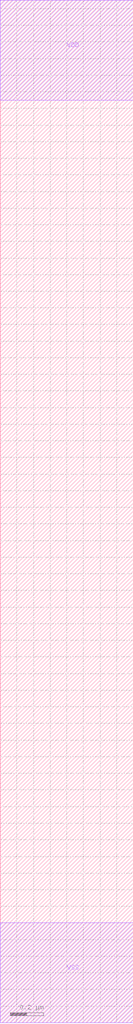
<source format=lef>
# Copyright 2022 Google LLC
# Licensed under the Apache License, Version 2.0 (the "License");
# you may not use this file except in compliance with the License.
# You may obtain a copy of the License at
#
#      http://www.apache.org/licenses/LICENSE-2.0
#
# Unless required by applicable law or agreed to in writing, software
# distributed under the License is distributed on an "AS IS" BASIS,
# WITHOUT WARRANTIES OR CONDITIONS OF ANY KIND, either express or implied.
# See the License for the specific language governing permissions and
# limitations under the License.
VERSION 5.7 ;
BUSBITCHARS "[]" ;
DIVIDERCHAR "/" ;

MACRO gf180mcu_osu_sc_9T_fill_8
  CLASS CORE ;
  ORIGIN 0 0 ;
  FOREIGN gf180mcu_osu_sc_9T_fill_8 0 0 ;
  SIZE 0.8 BY 6.15 ;
  SYMMETRY X Y ;
  SITE GF180_3p3_12t ;
  PIN VDD
    DIRECTION INOUT ;
    USE POWER ;
    SHAPE ABUTMENT ;
    PORT
      LAYER MET1 ;
        RECT 0 5.55 0.8 6.15 ;
    END
  END VDD
  PIN VSS
    DIRECTION INOUT ;
    USE GROUND ;
    PORT
      LAYER MET1 ;
        RECT 0 0 0.8 0.6 ;
    END
  END VSS
END gf180mcu_osu_sc_9T_fill_8

</source>
